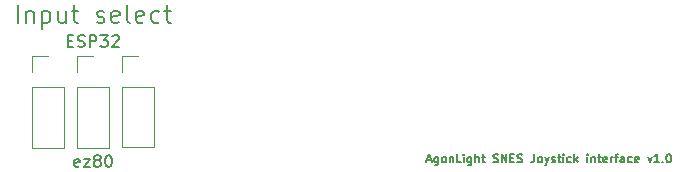
<source format=gto>
G04 #@! TF.GenerationSoftware,KiCad,Pcbnew,(6.0.6)*
G04 #@! TF.CreationDate,2022-08-10T20:14:49+02:00*
G04 #@! TF.ProjectId,joystick,6a6f7973-7469-4636-9b2e-6b696361645f,rev?*
G04 #@! TF.SameCoordinates,Original*
G04 #@! TF.FileFunction,Legend,Top*
G04 #@! TF.FilePolarity,Positive*
%FSLAX46Y46*%
G04 Gerber Fmt 4.6, Leading zero omitted, Abs format (unit mm)*
G04 Created by KiCad (PCBNEW (6.0.6)) date 2022-08-10 20:14:49*
%MOMM*%
%LPD*%
G01*
G04 APERTURE LIST*
%ADD10C,0.150000*%
%ADD11C,0.200000*%
%ADD12C,0.120000*%
%ADD13R,1.700000X1.700000*%
%ADD14O,1.700000X1.700000*%
%ADD15C,3.000000*%
G04 APERTURE END LIST*
D10*
X143861333Y-105272666D02*
X144194666Y-105272666D01*
X143794666Y-105472666D02*
X144028000Y-104772666D01*
X144261333Y-105472666D01*
X144794666Y-105006000D02*
X144794666Y-105572666D01*
X144761333Y-105639333D01*
X144728000Y-105672666D01*
X144661333Y-105706000D01*
X144561333Y-105706000D01*
X144494666Y-105672666D01*
X144794666Y-105439333D02*
X144728000Y-105472666D01*
X144594666Y-105472666D01*
X144528000Y-105439333D01*
X144494666Y-105406000D01*
X144461333Y-105339333D01*
X144461333Y-105139333D01*
X144494666Y-105072666D01*
X144528000Y-105039333D01*
X144594666Y-105006000D01*
X144728000Y-105006000D01*
X144794666Y-105039333D01*
X145228000Y-105472666D02*
X145161333Y-105439333D01*
X145128000Y-105406000D01*
X145094666Y-105339333D01*
X145094666Y-105139333D01*
X145128000Y-105072666D01*
X145161333Y-105039333D01*
X145228000Y-105006000D01*
X145328000Y-105006000D01*
X145394666Y-105039333D01*
X145428000Y-105072666D01*
X145461333Y-105139333D01*
X145461333Y-105339333D01*
X145428000Y-105406000D01*
X145394666Y-105439333D01*
X145328000Y-105472666D01*
X145228000Y-105472666D01*
X145761333Y-105006000D02*
X145761333Y-105472666D01*
X145761333Y-105072666D02*
X145794666Y-105039333D01*
X145861333Y-105006000D01*
X145961333Y-105006000D01*
X146028000Y-105039333D01*
X146061333Y-105106000D01*
X146061333Y-105472666D01*
X146728000Y-105472666D02*
X146394666Y-105472666D01*
X146394666Y-104772666D01*
X146961333Y-105472666D02*
X146961333Y-105006000D01*
X146961333Y-104772666D02*
X146928000Y-104806000D01*
X146961333Y-104839333D01*
X146994666Y-104806000D01*
X146961333Y-104772666D01*
X146961333Y-104839333D01*
X147594666Y-105006000D02*
X147594666Y-105572666D01*
X147561333Y-105639333D01*
X147528000Y-105672666D01*
X147461333Y-105706000D01*
X147361333Y-105706000D01*
X147294666Y-105672666D01*
X147594666Y-105439333D02*
X147528000Y-105472666D01*
X147394666Y-105472666D01*
X147328000Y-105439333D01*
X147294666Y-105406000D01*
X147261333Y-105339333D01*
X147261333Y-105139333D01*
X147294666Y-105072666D01*
X147328000Y-105039333D01*
X147394666Y-105006000D01*
X147528000Y-105006000D01*
X147594666Y-105039333D01*
X147928000Y-105472666D02*
X147928000Y-104772666D01*
X148228000Y-105472666D02*
X148228000Y-105106000D01*
X148194666Y-105039333D01*
X148128000Y-105006000D01*
X148028000Y-105006000D01*
X147961333Y-105039333D01*
X147928000Y-105072666D01*
X148461333Y-105006000D02*
X148728000Y-105006000D01*
X148561333Y-104772666D02*
X148561333Y-105372666D01*
X148594666Y-105439333D01*
X148661333Y-105472666D01*
X148728000Y-105472666D01*
X149461333Y-105439333D02*
X149561333Y-105472666D01*
X149728000Y-105472666D01*
X149794666Y-105439333D01*
X149828000Y-105406000D01*
X149861333Y-105339333D01*
X149861333Y-105272666D01*
X149828000Y-105206000D01*
X149794666Y-105172666D01*
X149728000Y-105139333D01*
X149594666Y-105106000D01*
X149528000Y-105072666D01*
X149494666Y-105039333D01*
X149461333Y-104972666D01*
X149461333Y-104906000D01*
X149494666Y-104839333D01*
X149528000Y-104806000D01*
X149594666Y-104772666D01*
X149761333Y-104772666D01*
X149861333Y-104806000D01*
X150161333Y-105472666D02*
X150161333Y-104772666D01*
X150561333Y-105472666D01*
X150561333Y-104772666D01*
X150894666Y-105106000D02*
X151128000Y-105106000D01*
X151228000Y-105472666D02*
X150894666Y-105472666D01*
X150894666Y-104772666D01*
X151228000Y-104772666D01*
X151494666Y-105439333D02*
X151594666Y-105472666D01*
X151761333Y-105472666D01*
X151828000Y-105439333D01*
X151861333Y-105406000D01*
X151894666Y-105339333D01*
X151894666Y-105272666D01*
X151861333Y-105206000D01*
X151828000Y-105172666D01*
X151761333Y-105139333D01*
X151628000Y-105106000D01*
X151561333Y-105072666D01*
X151528000Y-105039333D01*
X151494666Y-104972666D01*
X151494666Y-104906000D01*
X151528000Y-104839333D01*
X151561333Y-104806000D01*
X151628000Y-104772666D01*
X151794666Y-104772666D01*
X151894666Y-104806000D01*
X152928000Y-104772666D02*
X152928000Y-105272666D01*
X152894666Y-105372666D01*
X152828000Y-105439333D01*
X152728000Y-105472666D01*
X152661333Y-105472666D01*
X153361333Y-105472666D02*
X153294666Y-105439333D01*
X153261333Y-105406000D01*
X153228000Y-105339333D01*
X153228000Y-105139333D01*
X153261333Y-105072666D01*
X153294666Y-105039333D01*
X153361333Y-105006000D01*
X153461333Y-105006000D01*
X153528000Y-105039333D01*
X153561333Y-105072666D01*
X153594666Y-105139333D01*
X153594666Y-105339333D01*
X153561333Y-105406000D01*
X153528000Y-105439333D01*
X153461333Y-105472666D01*
X153361333Y-105472666D01*
X153828000Y-105006000D02*
X153994666Y-105472666D01*
X154161333Y-105006000D02*
X153994666Y-105472666D01*
X153928000Y-105639333D01*
X153894666Y-105672666D01*
X153828000Y-105706000D01*
X154394666Y-105439333D02*
X154461333Y-105472666D01*
X154594666Y-105472666D01*
X154661333Y-105439333D01*
X154694666Y-105372666D01*
X154694666Y-105339333D01*
X154661333Y-105272666D01*
X154594666Y-105239333D01*
X154494666Y-105239333D01*
X154428000Y-105206000D01*
X154394666Y-105139333D01*
X154394666Y-105106000D01*
X154428000Y-105039333D01*
X154494666Y-105006000D01*
X154594666Y-105006000D01*
X154661333Y-105039333D01*
X154894666Y-105006000D02*
X155161333Y-105006000D01*
X154994666Y-104772666D02*
X154994666Y-105372666D01*
X155028000Y-105439333D01*
X155094666Y-105472666D01*
X155161333Y-105472666D01*
X155394666Y-105472666D02*
X155394666Y-105006000D01*
X155394666Y-104772666D02*
X155361333Y-104806000D01*
X155394666Y-104839333D01*
X155428000Y-104806000D01*
X155394666Y-104772666D01*
X155394666Y-104839333D01*
X156028000Y-105439333D02*
X155961333Y-105472666D01*
X155828000Y-105472666D01*
X155761333Y-105439333D01*
X155728000Y-105406000D01*
X155694666Y-105339333D01*
X155694666Y-105139333D01*
X155728000Y-105072666D01*
X155761333Y-105039333D01*
X155828000Y-105006000D01*
X155961333Y-105006000D01*
X156028000Y-105039333D01*
X156328000Y-105472666D02*
X156328000Y-104772666D01*
X156394666Y-105206000D02*
X156594666Y-105472666D01*
X156594666Y-105006000D02*
X156328000Y-105272666D01*
X157428000Y-105472666D02*
X157428000Y-105006000D01*
X157428000Y-104772666D02*
X157394666Y-104806000D01*
X157428000Y-104839333D01*
X157461333Y-104806000D01*
X157428000Y-104772666D01*
X157428000Y-104839333D01*
X157761333Y-105006000D02*
X157761333Y-105472666D01*
X157761333Y-105072666D02*
X157794666Y-105039333D01*
X157861333Y-105006000D01*
X157961333Y-105006000D01*
X158028000Y-105039333D01*
X158061333Y-105106000D01*
X158061333Y-105472666D01*
X158294666Y-105006000D02*
X158561333Y-105006000D01*
X158394666Y-104772666D02*
X158394666Y-105372666D01*
X158428000Y-105439333D01*
X158494666Y-105472666D01*
X158561333Y-105472666D01*
X159061333Y-105439333D02*
X158994666Y-105472666D01*
X158861333Y-105472666D01*
X158794666Y-105439333D01*
X158761333Y-105372666D01*
X158761333Y-105106000D01*
X158794666Y-105039333D01*
X158861333Y-105006000D01*
X158994666Y-105006000D01*
X159061333Y-105039333D01*
X159094666Y-105106000D01*
X159094666Y-105172666D01*
X158761333Y-105239333D01*
X159394666Y-105472666D02*
X159394666Y-105006000D01*
X159394666Y-105139333D02*
X159428000Y-105072666D01*
X159461333Y-105039333D01*
X159528000Y-105006000D01*
X159594666Y-105006000D01*
X159728000Y-105006000D02*
X159994666Y-105006000D01*
X159828000Y-105472666D02*
X159828000Y-104872666D01*
X159861333Y-104806000D01*
X159928000Y-104772666D01*
X159994666Y-104772666D01*
X160528000Y-105472666D02*
X160528000Y-105106000D01*
X160494666Y-105039333D01*
X160428000Y-105006000D01*
X160294666Y-105006000D01*
X160228000Y-105039333D01*
X160528000Y-105439333D02*
X160461333Y-105472666D01*
X160294666Y-105472666D01*
X160228000Y-105439333D01*
X160194666Y-105372666D01*
X160194666Y-105306000D01*
X160228000Y-105239333D01*
X160294666Y-105206000D01*
X160461333Y-105206000D01*
X160528000Y-105172666D01*
X161161333Y-105439333D02*
X161094666Y-105472666D01*
X160961333Y-105472666D01*
X160894666Y-105439333D01*
X160861333Y-105406000D01*
X160828000Y-105339333D01*
X160828000Y-105139333D01*
X160861333Y-105072666D01*
X160894666Y-105039333D01*
X160961333Y-105006000D01*
X161094666Y-105006000D01*
X161161333Y-105039333D01*
X161728000Y-105439333D02*
X161661333Y-105472666D01*
X161528000Y-105472666D01*
X161461333Y-105439333D01*
X161428000Y-105372666D01*
X161428000Y-105106000D01*
X161461333Y-105039333D01*
X161528000Y-105006000D01*
X161661333Y-105006000D01*
X161728000Y-105039333D01*
X161761333Y-105106000D01*
X161761333Y-105172666D01*
X161428000Y-105239333D01*
X162528000Y-105006000D02*
X162694666Y-105472666D01*
X162861333Y-105006000D01*
X163494666Y-105472666D02*
X163094666Y-105472666D01*
X163294666Y-105472666D02*
X163294666Y-104772666D01*
X163228000Y-104872666D01*
X163161333Y-104939333D01*
X163094666Y-104972666D01*
X163794666Y-105406000D02*
X163828000Y-105439333D01*
X163794666Y-105472666D01*
X163761333Y-105439333D01*
X163794666Y-105406000D01*
X163794666Y-105472666D01*
X164261333Y-104772666D02*
X164328000Y-104772666D01*
X164394666Y-104806000D01*
X164428000Y-104839333D01*
X164461333Y-104906000D01*
X164494666Y-105039333D01*
X164494666Y-105206000D01*
X164461333Y-105339333D01*
X164428000Y-105406000D01*
X164394666Y-105439333D01*
X164328000Y-105472666D01*
X164261333Y-105472666D01*
X164194666Y-105439333D01*
X164161333Y-105406000D01*
X164128000Y-105339333D01*
X164094666Y-105206000D01*
X164094666Y-105039333D01*
X164128000Y-104906000D01*
X164161333Y-104839333D01*
X164194666Y-104806000D01*
X164261333Y-104772666D01*
D11*
X109177142Y-93642571D02*
X109177142Y-92142571D01*
X109891428Y-92642571D02*
X109891428Y-93642571D01*
X109891428Y-92785428D02*
X109962857Y-92714000D01*
X110105714Y-92642571D01*
X110320000Y-92642571D01*
X110462857Y-92714000D01*
X110534285Y-92856857D01*
X110534285Y-93642571D01*
X111248571Y-92642571D02*
X111248571Y-94142571D01*
X111248571Y-92714000D02*
X111391428Y-92642571D01*
X111677142Y-92642571D01*
X111820000Y-92714000D01*
X111891428Y-92785428D01*
X111962857Y-92928285D01*
X111962857Y-93356857D01*
X111891428Y-93499714D01*
X111820000Y-93571142D01*
X111677142Y-93642571D01*
X111391428Y-93642571D01*
X111248571Y-93571142D01*
X113248571Y-92642571D02*
X113248571Y-93642571D01*
X112605714Y-92642571D02*
X112605714Y-93428285D01*
X112677142Y-93571142D01*
X112820000Y-93642571D01*
X113034285Y-93642571D01*
X113177142Y-93571142D01*
X113248571Y-93499714D01*
X113748571Y-92642571D02*
X114320000Y-92642571D01*
X113962857Y-92142571D02*
X113962857Y-93428285D01*
X114034285Y-93571142D01*
X114177142Y-93642571D01*
X114320000Y-93642571D01*
X115891428Y-93571142D02*
X116034285Y-93642571D01*
X116320000Y-93642571D01*
X116462857Y-93571142D01*
X116534285Y-93428285D01*
X116534285Y-93356857D01*
X116462857Y-93214000D01*
X116320000Y-93142571D01*
X116105714Y-93142571D01*
X115962857Y-93071142D01*
X115891428Y-92928285D01*
X115891428Y-92856857D01*
X115962857Y-92714000D01*
X116105714Y-92642571D01*
X116320000Y-92642571D01*
X116462857Y-92714000D01*
X117748571Y-93571142D02*
X117605714Y-93642571D01*
X117320000Y-93642571D01*
X117177142Y-93571142D01*
X117105714Y-93428285D01*
X117105714Y-92856857D01*
X117177142Y-92714000D01*
X117320000Y-92642571D01*
X117605714Y-92642571D01*
X117748571Y-92714000D01*
X117820000Y-92856857D01*
X117820000Y-92999714D01*
X117105714Y-93142571D01*
X118677142Y-93642571D02*
X118534285Y-93571142D01*
X118462857Y-93428285D01*
X118462857Y-92142571D01*
X119820000Y-93571142D02*
X119677142Y-93642571D01*
X119391428Y-93642571D01*
X119248571Y-93571142D01*
X119177142Y-93428285D01*
X119177142Y-92856857D01*
X119248571Y-92714000D01*
X119391428Y-92642571D01*
X119677142Y-92642571D01*
X119820000Y-92714000D01*
X119891428Y-92856857D01*
X119891428Y-92999714D01*
X119177142Y-93142571D01*
X121177142Y-93571142D02*
X121034285Y-93642571D01*
X120748571Y-93642571D01*
X120605714Y-93571142D01*
X120534285Y-93499714D01*
X120462857Y-93356857D01*
X120462857Y-92928285D01*
X120534285Y-92785428D01*
X120605714Y-92714000D01*
X120748571Y-92642571D01*
X121034285Y-92642571D01*
X121177142Y-92714000D01*
X121605714Y-92642571D02*
X122177142Y-92642571D01*
X121820000Y-92142571D02*
X121820000Y-93428285D01*
X121891428Y-93571142D01*
X122034285Y-93642571D01*
X122177142Y-93642571D01*
D10*
X114403333Y-105814761D02*
X114308095Y-105862380D01*
X114117619Y-105862380D01*
X114022380Y-105814761D01*
X113974761Y-105719523D01*
X113974761Y-105338571D01*
X114022380Y-105243333D01*
X114117619Y-105195714D01*
X114308095Y-105195714D01*
X114403333Y-105243333D01*
X114450952Y-105338571D01*
X114450952Y-105433809D01*
X113974761Y-105529047D01*
X114784285Y-105195714D02*
X115308095Y-105195714D01*
X114784285Y-105862380D01*
X115308095Y-105862380D01*
X115831904Y-105290952D02*
X115736666Y-105243333D01*
X115689047Y-105195714D01*
X115641428Y-105100476D01*
X115641428Y-105052857D01*
X115689047Y-104957619D01*
X115736666Y-104910000D01*
X115831904Y-104862380D01*
X116022380Y-104862380D01*
X116117619Y-104910000D01*
X116165238Y-104957619D01*
X116212857Y-105052857D01*
X116212857Y-105100476D01*
X116165238Y-105195714D01*
X116117619Y-105243333D01*
X116022380Y-105290952D01*
X115831904Y-105290952D01*
X115736666Y-105338571D01*
X115689047Y-105386190D01*
X115641428Y-105481428D01*
X115641428Y-105671904D01*
X115689047Y-105767142D01*
X115736666Y-105814761D01*
X115831904Y-105862380D01*
X116022380Y-105862380D01*
X116117619Y-105814761D01*
X116165238Y-105767142D01*
X116212857Y-105671904D01*
X116212857Y-105481428D01*
X116165238Y-105386190D01*
X116117619Y-105338571D01*
X116022380Y-105290952D01*
X116831904Y-104862380D02*
X116927142Y-104862380D01*
X117022380Y-104910000D01*
X117070000Y-104957619D01*
X117117619Y-105052857D01*
X117165238Y-105243333D01*
X117165238Y-105481428D01*
X117117619Y-105671904D01*
X117070000Y-105767142D01*
X117022380Y-105814761D01*
X116927142Y-105862380D01*
X116831904Y-105862380D01*
X116736666Y-105814761D01*
X116689047Y-105767142D01*
X116641428Y-105671904D01*
X116593809Y-105481428D01*
X116593809Y-105243333D01*
X116641428Y-105052857D01*
X116689047Y-104957619D01*
X116736666Y-104910000D01*
X116831904Y-104862380D01*
X113427142Y-95178571D02*
X113760476Y-95178571D01*
X113903333Y-95702380D02*
X113427142Y-95702380D01*
X113427142Y-94702380D01*
X113903333Y-94702380D01*
X114284285Y-95654761D02*
X114427142Y-95702380D01*
X114665238Y-95702380D01*
X114760476Y-95654761D01*
X114808095Y-95607142D01*
X114855714Y-95511904D01*
X114855714Y-95416666D01*
X114808095Y-95321428D01*
X114760476Y-95273809D01*
X114665238Y-95226190D01*
X114474761Y-95178571D01*
X114379523Y-95130952D01*
X114331904Y-95083333D01*
X114284285Y-94988095D01*
X114284285Y-94892857D01*
X114331904Y-94797619D01*
X114379523Y-94750000D01*
X114474761Y-94702380D01*
X114712857Y-94702380D01*
X114855714Y-94750000D01*
X115284285Y-95702380D02*
X115284285Y-94702380D01*
X115665238Y-94702380D01*
X115760476Y-94750000D01*
X115808095Y-94797619D01*
X115855714Y-94892857D01*
X115855714Y-95035714D01*
X115808095Y-95130952D01*
X115760476Y-95178571D01*
X115665238Y-95226190D01*
X115284285Y-95226190D01*
X116189047Y-94702380D02*
X116808095Y-94702380D01*
X116474761Y-95083333D01*
X116617619Y-95083333D01*
X116712857Y-95130952D01*
X116760476Y-95178571D01*
X116808095Y-95273809D01*
X116808095Y-95511904D01*
X116760476Y-95607142D01*
X116712857Y-95654761D01*
X116617619Y-95702380D01*
X116331904Y-95702380D01*
X116236666Y-95654761D01*
X116189047Y-95607142D01*
X117189047Y-94797619D02*
X117236666Y-94750000D01*
X117331904Y-94702380D01*
X117570000Y-94702380D01*
X117665238Y-94750000D01*
X117712857Y-94797619D01*
X117760476Y-94892857D01*
X117760476Y-94988095D01*
X117712857Y-95130952D01*
X117141428Y-95702380D01*
X117760476Y-95702380D01*
D12*
X118050000Y-99060000D02*
X120710000Y-99060000D01*
X118050000Y-96460000D02*
X119380000Y-96460000D01*
X120710000Y-99060000D02*
X120710000Y-104200000D01*
X118050000Y-97790000D02*
X118050000Y-96460000D01*
X118050000Y-99060000D02*
X118050000Y-104200000D01*
X118050000Y-104200000D02*
X120710000Y-104200000D01*
X114240000Y-99075000D02*
X116900000Y-99075000D01*
X114240000Y-96475000D02*
X115570000Y-96475000D01*
X116900000Y-99075000D02*
X116900000Y-104215000D01*
X114240000Y-97805000D02*
X114240000Y-96475000D01*
X114240000Y-99075000D02*
X114240000Y-104215000D01*
X114240000Y-104215000D02*
X116900000Y-104215000D01*
X110430000Y-99075000D02*
X113090000Y-99075000D01*
X110430000Y-96475000D02*
X111760000Y-96475000D01*
X113090000Y-99075000D02*
X113090000Y-104215000D01*
X110430000Y-97805000D02*
X110430000Y-96475000D01*
X110430000Y-99075000D02*
X110430000Y-104215000D01*
X110430000Y-104215000D02*
X113090000Y-104215000D01*
%LPC*%
D13*
X125730000Y-95016000D03*
D14*
X125730000Y-92476000D03*
X128270000Y-95016000D03*
X128270000Y-92476000D03*
X130810000Y-95016000D03*
X130810000Y-92476000D03*
X133350000Y-95016000D03*
X133350000Y-92476000D03*
X135890000Y-95016000D03*
X135890000Y-92476000D03*
X138430000Y-95016000D03*
X138430000Y-92476000D03*
X140970000Y-95016000D03*
X140970000Y-92476000D03*
X143510000Y-95016000D03*
X143510000Y-92476000D03*
X146050000Y-95016000D03*
X146050000Y-92476000D03*
X148590000Y-95016000D03*
X148590000Y-92476000D03*
X151130000Y-95016000D03*
X151130000Y-92476000D03*
X153670000Y-95016000D03*
X153670000Y-92476000D03*
X156210000Y-95016000D03*
X156210000Y-92476000D03*
X158750000Y-95016000D03*
X158750000Y-92476000D03*
X161290000Y-95016000D03*
X161290000Y-92476000D03*
X163830000Y-95016000D03*
X163830000Y-92476000D03*
D15*
X130980000Y-97790000D03*
X134980000Y-97790000D03*
X138980000Y-97790000D03*
X145480000Y-97790000D03*
X149480000Y-97790000D03*
X153480000Y-97790000D03*
X157480000Y-97790000D03*
D14*
X119380000Y-102870000D03*
X119380000Y-100330000D03*
D13*
X119380000Y-97790000D03*
D14*
X115570000Y-102885000D03*
X115570000Y-100345000D03*
D13*
X115570000Y-97805000D03*
D14*
X111760000Y-102885000D03*
X111760000Y-100345000D03*
D13*
X111760000Y-97805000D03*
M02*

</source>
